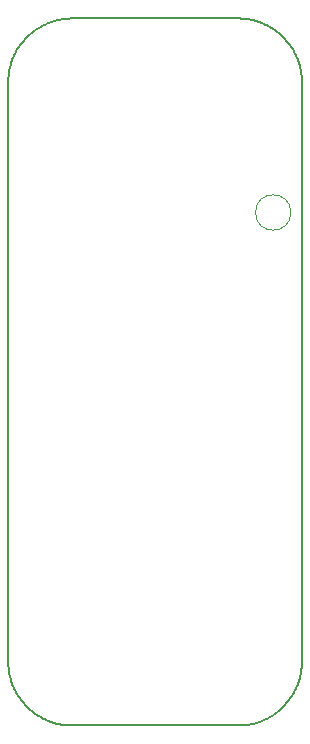
<source format=gm1>
%TF.GenerationSoftware,KiCad,Pcbnew,(7.0.0-0)*%
%TF.CreationDate,2023-07-23T12:51:31-06:00*%
%TF.ProjectId,SAO_pin,53414f5f-7069-46e2-9e6b-696361645f70,rev?*%
%TF.SameCoordinates,Original*%
%TF.FileFunction,Profile,NP*%
%FSLAX46Y46*%
G04 Gerber Fmt 4.6, Leading zero omitted, Abs format (unit mm)*
G04 Created by KiCad (PCBNEW (7.0.0-0)) date 2023-07-23 12:51:31*
%MOMM*%
%LPD*%
G01*
G04 APERTURE LIST*
%TA.AperFunction,Profile*%
%ADD10C,0.100000*%
%TD*%
%TA.AperFunction,Profile*%
%ADD11C,0.139900*%
%TD*%
G04 APERTURE END LIST*
D10*
X104500000Y-53500000D02*
G75*
G03*
X104500000Y-53500000I-1500000J0D01*
G01*
%TO.C,svg2mod*%
D11*
X100163754Y-37071578D02*
X100296167Y-37076455D01*
X100428421Y-37084581D01*
X100560435Y-37095949D01*
X100692130Y-37110554D01*
X100823428Y-37128386D01*
X100954248Y-37149435D01*
X101084512Y-37173689D01*
X101214142Y-37201131D01*
X101343060Y-37231747D01*
X101471187Y-37265518D01*
X101598447Y-37302422D01*
X101724762Y-37342439D01*
X101850058Y-37385543D01*
X101974258Y-37431710D01*
X102097288Y-37480911D01*
X102219073Y-37533116D01*
X102339540Y-37588294D01*
X102458617Y-37646412D01*
X102576232Y-37707434D01*
X102692314Y-37771325D01*
X102806793Y-37838045D01*
X102919600Y-37907555D01*
X103030667Y-37979812D01*
X103139927Y-38054773D01*
X103247315Y-38132393D01*
X103352766Y-38212625D01*
X103456216Y-38295421D01*
X103557603Y-38380730D01*
X103656865Y-38468502D01*
X103753944Y-38558684D01*
X103848781Y-38651221D01*
X103941317Y-38746057D01*
X104031499Y-38843136D01*
X104119271Y-38942398D01*
X104204580Y-39043785D01*
X104287376Y-39147235D01*
X104367608Y-39252686D01*
X104445228Y-39360074D01*
X104520189Y-39469334D01*
X104592446Y-39580401D01*
X104661956Y-39693208D01*
X104728676Y-39807687D01*
X104792567Y-39923769D01*
X104853589Y-40041384D01*
X104911707Y-40160461D01*
X104966885Y-40280928D01*
X105019091Y-40402713D01*
X105068291Y-40525743D01*
X105114458Y-40649943D01*
X105157562Y-40775239D01*
X105197579Y-40901555D01*
X105234483Y-41028814D01*
X105268254Y-41156941D01*
X105298870Y-41285859D01*
X105326313Y-41415489D01*
X105350566Y-41545753D01*
X105371615Y-41676573D01*
X105389447Y-41807871D01*
X105404052Y-41939566D01*
X105415421Y-42071580D01*
X105423546Y-42203834D01*
X105428423Y-42336247D01*
X105430049Y-42468740D01*
X105430049Y-91531260D01*
X105428423Y-91663753D01*
X105423546Y-91796166D01*
X105415421Y-91928420D01*
X105404052Y-92060434D01*
X105389447Y-92192129D01*
X105371615Y-92323427D01*
X105350566Y-92454247D01*
X105326313Y-92584511D01*
X105298870Y-92714141D01*
X105268254Y-92843059D01*
X105234483Y-92971186D01*
X105197579Y-93098445D01*
X105157562Y-93224761D01*
X105114458Y-93350057D01*
X105068291Y-93474257D01*
X105019091Y-93597287D01*
X104966885Y-93719072D01*
X104911707Y-93839539D01*
X104853589Y-93958616D01*
X104792567Y-94076231D01*
X104728676Y-94192313D01*
X104661956Y-94306792D01*
X104592446Y-94419599D01*
X104520189Y-94530666D01*
X104445228Y-94639926D01*
X104367608Y-94747314D01*
X104287376Y-94852765D01*
X104204580Y-94956215D01*
X104119271Y-95057602D01*
X104031499Y-95156864D01*
X103941317Y-95253943D01*
X103848781Y-95348779D01*
X103753944Y-95441316D01*
X103656865Y-95531498D01*
X103557603Y-95619270D01*
X103456216Y-95704579D01*
X103352766Y-95787375D01*
X103247315Y-95867607D01*
X103139927Y-95945227D01*
X103030667Y-96020188D01*
X102919600Y-96092445D01*
X102806793Y-96161955D01*
X102692314Y-96228675D01*
X102576232Y-96292566D01*
X102458617Y-96353588D01*
X102339540Y-96411706D01*
X102219073Y-96466884D01*
X102097288Y-96519089D01*
X101974258Y-96568290D01*
X101850058Y-96614457D01*
X101724762Y-96657561D01*
X101598447Y-96697578D01*
X101471187Y-96734482D01*
X101343060Y-96768253D01*
X101214142Y-96798869D01*
X101084512Y-96826311D01*
X100954248Y-96850565D01*
X100823428Y-96871614D01*
X100692130Y-96889446D01*
X100560435Y-96904051D01*
X100428421Y-96915419D01*
X100296167Y-96923545D01*
X100163754Y-96928422D01*
X100031261Y-96930048D01*
X85968739Y-96930048D01*
X85836246Y-96928422D01*
X85703833Y-96923545D01*
X85571579Y-96915419D01*
X85439565Y-96904051D01*
X85307870Y-96889446D01*
X85176572Y-96871614D01*
X85045752Y-96850565D01*
X84915488Y-96826311D01*
X84785858Y-96798869D01*
X84656940Y-96768253D01*
X84528813Y-96734482D01*
X84401553Y-96697578D01*
X84275238Y-96657561D01*
X84149942Y-96614457D01*
X84025742Y-96568290D01*
X83902712Y-96519089D01*
X83780927Y-96466884D01*
X83660460Y-96411706D01*
X83541383Y-96353588D01*
X83423768Y-96292566D01*
X83307686Y-96228675D01*
X83193207Y-96161955D01*
X83080400Y-96092445D01*
X82969333Y-96020188D01*
X82860073Y-95945227D01*
X82752685Y-95867607D01*
X82647234Y-95787375D01*
X82543784Y-95704579D01*
X82442397Y-95619270D01*
X82343135Y-95531498D01*
X82246056Y-95441316D01*
X82151219Y-95348779D01*
X82058683Y-95253943D01*
X81968501Y-95156864D01*
X81880729Y-95057602D01*
X81795420Y-94956215D01*
X81712624Y-94852765D01*
X81632392Y-94747314D01*
X81554772Y-94639926D01*
X81479811Y-94530666D01*
X81407554Y-94419599D01*
X81338044Y-94306792D01*
X81271324Y-94192313D01*
X81207433Y-94076231D01*
X81146411Y-93958616D01*
X81088293Y-93839539D01*
X81033115Y-93719072D01*
X80980909Y-93597287D01*
X80931709Y-93474257D01*
X80885542Y-93350057D01*
X80842438Y-93224761D01*
X80802421Y-93098445D01*
X80765517Y-92971186D01*
X80731746Y-92843059D01*
X80701130Y-92714141D01*
X80673687Y-92584511D01*
X80649434Y-92454247D01*
X80628385Y-92323427D01*
X80610553Y-92192129D01*
X80595948Y-92060434D01*
X80584579Y-91928420D01*
X80576454Y-91796166D01*
X80571577Y-91663753D01*
X80569951Y-91531260D01*
X80569951Y-42468740D01*
X80571577Y-42336247D01*
X80576454Y-42203834D01*
X80584579Y-42071580D01*
X80595948Y-41939566D01*
X80610553Y-41807871D01*
X80628385Y-41676573D01*
X80649434Y-41545753D01*
X80673687Y-41415489D01*
X80701130Y-41285859D01*
X80731746Y-41156941D01*
X80765517Y-41028814D01*
X80802421Y-40901555D01*
X80842438Y-40775239D01*
X80885542Y-40649943D01*
X80931709Y-40525743D01*
X80980909Y-40402713D01*
X81033115Y-40280928D01*
X81088293Y-40160461D01*
X81146411Y-40041384D01*
X81207433Y-39923769D01*
X81271324Y-39807687D01*
X81338044Y-39693208D01*
X81407554Y-39580401D01*
X81479811Y-39469334D01*
X81554772Y-39360074D01*
X81632392Y-39252686D01*
X81712624Y-39147235D01*
X81795420Y-39043785D01*
X81880729Y-38942398D01*
X81968501Y-38843136D01*
X82058683Y-38746057D01*
X82151219Y-38651221D01*
X82246056Y-38558684D01*
X82343135Y-38468502D01*
X82442397Y-38380730D01*
X82543784Y-38295421D01*
X82647234Y-38212625D01*
X82752685Y-38132393D01*
X82860073Y-38054773D01*
X82969333Y-37979812D01*
X83080400Y-37907555D01*
X83193207Y-37838045D01*
X83307686Y-37771325D01*
X83423768Y-37707434D01*
X83541383Y-37646412D01*
X83660460Y-37588294D01*
X83780927Y-37533116D01*
X83902712Y-37480911D01*
X84025742Y-37431710D01*
X84149942Y-37385543D01*
X84275238Y-37342439D01*
X84401553Y-37302422D01*
X84528813Y-37265518D01*
X84656940Y-37231747D01*
X84785858Y-37201131D01*
X84915488Y-37173689D01*
X85045752Y-37149435D01*
X85176572Y-37128386D01*
X85307870Y-37110554D01*
X85439565Y-37095949D01*
X85571579Y-37084581D01*
X85703833Y-37076455D01*
X85836246Y-37071578D01*
X85968739Y-37069952D01*
X100031261Y-37069952D01*
X100163754Y-37071578D01*
%TD*%
M02*

</source>
